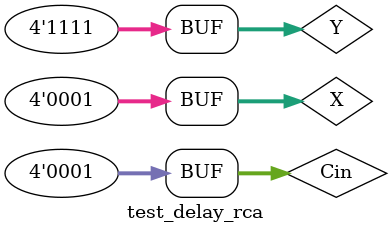
<source format=v>
`timescale 1ns / 1ps


module test_delay_rca;

	// Inputs
	reg [3:0] X;
	reg [3:0] Y;
	reg [3:0] Cin;

	// Outputs
	wire [3:0] S;
	wire Cout;

	// Instantiate the Unit Under Test (UUT)
	delay_rca uut (
		.X(X), 
		.Y(Y), 
		.Cin(Cin), 
		.S(S), 
		.Cout(Cout)
	);

	initial begin
	$monitor( $time, ", X = %b, Y = %b, Cin = %b, S = %b, Cout = %b", X,Y,Cin,S,Cout);
		// Initialize Inputs
		X = 0;
		Y = 0;
		Cin = 0;

		// Wait 100 ns for global reset to finish
		
   	/*#100;  //For 2s
		X = 2;
		Y = 1;
		Cin = 0;  */
		
	/*	#200;  //For 4s
		X = 4;
		Y = 5;
		Cin = 1; */
		
		#100;  //For 6s
		X = 15;
		Y = 13;
		Cin = 1; 
		
		#100;  //For 8s
		X = 1;
		Y = 15;
		Cin = 1; 
		       
		// Add stimulus here

	end
      
endmodule


</source>
